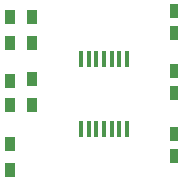
<source format=gbr>
G04 #@! TF.GenerationSoftware,KiCad,Pcbnew,(5.1.4)-1*
G04 #@! TF.CreationDate,2020-11-29T00:03:58+01:00*
G04 #@! TF.ProjectId,Delay Line,44656c61-7920-44c6-996e-652e6b696361,rev?*
G04 #@! TF.SameCoordinates,Original*
G04 #@! TF.FileFunction,Paste,Top*
G04 #@! TF.FilePolarity,Positive*
%FSLAX46Y46*%
G04 Gerber Fmt 4.6, Leading zero omitted, Abs format (unit mm)*
G04 Created by KiCad (PCBNEW (5.1.4)-1) date 2020-11-29 00:03:58*
%MOMM*%
%LPD*%
G04 APERTURE LIST*
%ADD10R,0.750000X1.200000*%
%ADD11R,0.900000X1.200000*%
%ADD12R,0.450000X1.450000*%
G04 APERTURE END LIST*
D10*
X144297000Y-68249800D03*
X144297000Y-70149800D03*
X144297000Y-75245000D03*
X144297000Y-73345000D03*
X144297000Y-78653600D03*
X144297000Y-80553600D03*
D11*
X130391000Y-68783200D03*
X130391000Y-70983200D03*
X130352900Y-74193400D03*
X130391000Y-76220500D03*
X130391000Y-81694200D03*
X130365600Y-79494200D03*
X132283000Y-71008600D03*
X132283000Y-68783200D03*
X132206800Y-74015600D03*
X132283000Y-76215600D03*
D12*
X136378000Y-72361000D03*
X137028000Y-72361000D03*
X137678000Y-72361000D03*
X138328000Y-72361000D03*
X138978000Y-72361000D03*
X139628000Y-72361000D03*
X140278000Y-72361000D03*
X140278000Y-78261000D03*
X139628000Y-78261000D03*
X138978000Y-78261000D03*
X138328000Y-78261000D03*
X137678000Y-78261000D03*
X137028000Y-78261000D03*
X136378000Y-78261000D03*
M02*

</source>
